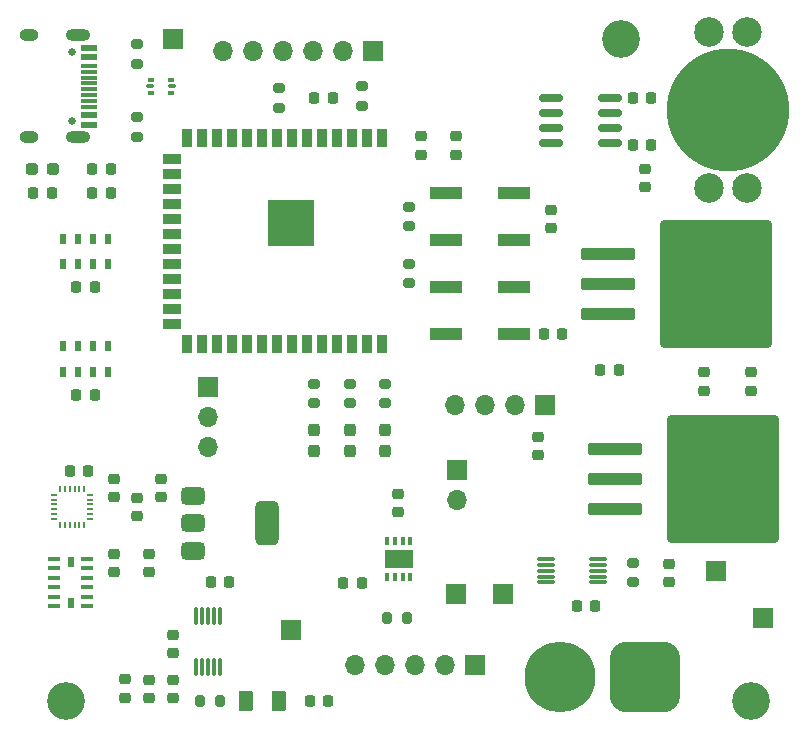
<source format=gbr>
%TF.GenerationSoftware,KiCad,Pcbnew,8.0.7*%
%TF.CreationDate,2025-01-05T22:37:43-08:00*%
%TF.ProjectId,Test Rocket Board,54657374-2052-46f6-936b-657420426f61,rev?*%
%TF.SameCoordinates,Original*%
%TF.FileFunction,Soldermask,Top*%
%TF.FilePolarity,Negative*%
%FSLAX46Y46*%
G04 Gerber Fmt 4.6, Leading zero omitted, Abs format (unit mm)*
G04 Created by KiCad (PCBNEW 8.0.7) date 2025-01-05 22:37:43*
%MOMM*%
%LPD*%
G01*
G04 APERTURE LIST*
G04 Aperture macros list*
%AMRoundRect*
0 Rectangle with rounded corners*
0 $1 Rounding radius*
0 $2 $3 $4 $5 $6 $7 $8 $9 X,Y pos of 4 corners*
0 Add a 4 corners polygon primitive as box body*
4,1,4,$2,$3,$4,$5,$6,$7,$8,$9,$2,$3,0*
0 Add four circle primitives for the rounded corners*
1,1,$1+$1,$2,$3*
1,1,$1+$1,$4,$5*
1,1,$1+$1,$6,$7*
1,1,$1+$1,$8,$9*
0 Add four rect primitives between the rounded corners*
20,1,$1+$1,$2,$3,$4,$5,0*
20,1,$1+$1,$4,$5,$6,$7,0*
20,1,$1+$1,$6,$7,$8,$9,0*
20,1,$1+$1,$8,$9,$2,$3,0*%
G04 Aperture macros list end*
%ADD10R,0.550000X0.950000*%
%ADD11RoundRect,0.200000X0.275000X-0.200000X0.275000X0.200000X-0.275000X0.200000X-0.275000X-0.200000X0*%
%ADD12RoundRect,0.237500X0.237500X-0.287500X0.237500X0.287500X-0.237500X0.287500X-0.237500X-0.287500X0*%
%ADD13RoundRect,0.225000X0.250000X-0.225000X0.250000X0.225000X-0.250000X0.225000X-0.250000X-0.225000X0*%
%ADD14RoundRect,0.200000X-0.275000X0.200000X-0.275000X-0.200000X0.275000X-0.200000X0.275000X0.200000X0*%
%ADD15RoundRect,0.075000X-0.650000X-0.075000X0.650000X-0.075000X0.650000X0.075000X-0.650000X0.075000X0*%
%ADD16RoundRect,0.218750X0.218750X0.256250X-0.218750X0.256250X-0.218750X-0.256250X0.218750X-0.256250X0*%
%ADD17RoundRect,0.050000X0.050000X-0.225000X0.050000X0.225000X-0.050000X0.225000X-0.050000X-0.225000X0*%
%ADD18RoundRect,0.050000X0.225000X0.050000X-0.225000X0.050000X-0.225000X-0.050000X0.225000X-0.050000X0*%
%ADD19C,3.200000*%
%ADD20R,1.700000X1.700000*%
%ADD21O,1.700000X1.700000*%
%ADD22RoundRect,0.200000X0.200000X0.275000X-0.200000X0.275000X-0.200000X-0.275000X0.200000X-0.275000X0*%
%ADD23RoundRect,0.250000X-2.050000X-0.300000X2.050000X-0.300000X2.050000X0.300000X-2.050000X0.300000X0*%
%ADD24RoundRect,0.250002X-4.449998X-5.149998X4.449998X-5.149998X4.449998X5.149998X-4.449998X5.149998X0*%
%ADD25RoundRect,0.225000X-0.225000X-0.250000X0.225000X-0.250000X0.225000X0.250000X-0.225000X0.250000X0*%
%ADD26RoundRect,0.218750X-0.256250X0.218750X-0.256250X-0.218750X0.256250X-0.218750X0.256250X0.218750X0*%
%ADD27RoundRect,0.225000X-0.250000X0.225000X-0.250000X-0.225000X0.250000X-0.225000X0.250000X0.225000X0*%
%ADD28RoundRect,0.218750X-0.218750X-0.256250X0.218750X-0.256250X0.218750X0.256250X-0.218750X0.256250X0*%
%ADD29RoundRect,0.250000X0.375000X0.625000X-0.375000X0.625000X-0.375000X-0.625000X0.375000X-0.625000X0*%
%ADD30R,0.350000X0.650000*%
%ADD31R,2.400000X1.550000*%
%ADD32RoundRect,0.150000X0.825000X0.150000X-0.825000X0.150000X-0.825000X-0.150000X0.825000X-0.150000X0*%
%ADD33RoundRect,0.225000X0.225000X0.250000X-0.225000X0.250000X-0.225000X-0.250000X0.225000X-0.250000X0*%
%ADD34C,10.404000*%
%ADD35C,2.504000*%
%ADD36RoundRect,0.375000X-0.625000X-0.375000X0.625000X-0.375000X0.625000X0.375000X-0.625000X0.375000X0*%
%ADD37RoundRect,0.500000X-0.500000X-1.400000X0.500000X-1.400000X0.500000X1.400000X-0.500000X1.400000X0*%
%ADD38RoundRect,0.075000X-0.075000X0.650000X-0.075000X-0.650000X0.075000X-0.650000X0.075000X0.650000X0*%
%ADD39RoundRect,1.500000X1.500000X1.500000X-1.500000X1.500000X-1.500000X-1.500000X1.500000X-1.500000X0*%
%ADD40C,6.000000*%
%ADD41RoundRect,0.237500X0.287500X0.237500X-0.287500X0.237500X-0.287500X-0.237500X0.287500X-0.237500X0*%
%ADD42RoundRect,0.093750X-0.156250X-0.093750X0.156250X-0.093750X0.156250X0.093750X-0.156250X0.093750X0*%
%ADD43RoundRect,0.075000X-0.250000X-0.075000X0.250000X-0.075000X0.250000X0.075000X-0.250000X0.075000X0*%
%ADD44R,2.750000X1.000000*%
%ADD45R,0.900000X1.500000*%
%ADD46R,1.500000X0.900000*%
%ADD47C,0.600000*%
%ADD48R,3.900000X3.900000*%
%ADD49C,0.650000*%
%ADD50R,1.450000X0.600000*%
%ADD51R,1.450000X0.300000*%
%ADD52O,2.100000X1.000000*%
%ADD53O,1.600000X1.000000*%
%ADD54R,1.117800X0.449200*%
%ADD55R,0.500000X0.813000*%
G04 APERTURE END LIST*
D10*
%TO.C,U3*%
X136750000Y-107150000D03*
X138000000Y-107150000D03*
X139250000Y-107150000D03*
X140500000Y-107150000D03*
X140500000Y-105000000D03*
X139250000Y-105000000D03*
X138000000Y-105000000D03*
X136750000Y-105000000D03*
%TD*%
D11*
%TO.C,R9*%
X185000000Y-125000000D03*
X185000000Y-123350000D03*
%TD*%
%TO.C,R3*%
X166000000Y-99650000D03*
X166000000Y-98000000D03*
%TD*%
D12*
%TO.C,D2*%
X158000000Y-113875000D03*
X158000000Y-112125000D03*
%TD*%
D13*
%TO.C,C4*%
X186000000Y-91550000D03*
X186000000Y-90000000D03*
%TD*%
D14*
%TO.C,R5*%
X142955000Y-85600000D03*
X142955000Y-87250000D03*
%TD*%
D12*
%TO.C,D4*%
X164000000Y-113875000D03*
X164000000Y-112125000D03*
%TD*%
D15*
%TO.C,U9*%
X177600000Y-123000000D03*
X177600000Y-123500000D03*
X177600000Y-124000000D03*
X177600000Y-124500000D03*
X177600000Y-125000000D03*
X182000000Y-125000000D03*
X182000000Y-124500000D03*
X182000000Y-124000000D03*
X182000000Y-123500000D03*
X182000000Y-123000000D03*
%TD*%
D16*
%TO.C,D7*%
X140787500Y-92000000D03*
X139212500Y-92000000D03*
%TD*%
D11*
%TO.C,R6*%
X158000000Y-109825000D03*
X158000000Y-108175000D03*
%TD*%
D16*
%TO.C,F1*%
X135787500Y-92000000D03*
X134212500Y-92000000D03*
%TD*%
D17*
%TO.C,U5*%
X136500000Y-120100000D03*
X136900000Y-120100000D03*
X137300000Y-120100000D03*
X137700000Y-120100000D03*
X138100000Y-120100000D03*
X138500000Y-120100000D03*
D18*
X139000000Y-119600000D03*
X139000000Y-119200000D03*
X139000000Y-118800000D03*
X139000000Y-118400000D03*
X139000000Y-118000000D03*
X139000000Y-117600000D03*
D17*
X138500000Y-117100000D03*
X138100000Y-117100000D03*
X137700000Y-117100000D03*
X137300000Y-117100000D03*
X136900000Y-117100000D03*
X136500000Y-117100000D03*
D18*
X136000000Y-117600000D03*
X136000000Y-118000000D03*
X136000000Y-118400000D03*
X136000000Y-118800000D03*
X136000000Y-119200000D03*
X136000000Y-119600000D03*
%TD*%
D19*
%TO.C,H2*%
X195000000Y-135000000D03*
%TD*%
D20*
%TO.C,J2*%
X177540000Y-110000000D03*
D21*
X175000000Y-110000000D03*
X172460000Y-110000000D03*
X169920000Y-110000000D03*
%TD*%
D20*
%TO.C,TP4*%
X156000000Y-129000000D03*
%TD*%
D22*
%TO.C,R10*%
X150000000Y-135000000D03*
X148350000Y-135000000D03*
%TD*%
D23*
%TO.C,U6*%
X182850000Y-97235000D03*
X182850000Y-99775000D03*
D24*
X192000000Y-99775000D03*
D23*
X182850000Y-102315000D03*
%TD*%
D25*
%TO.C,C10*%
X137850000Y-100000000D03*
X139400000Y-100000000D03*
%TD*%
D26*
%TO.C,D6*%
X142000000Y-133212500D03*
X142000000Y-134787500D03*
%TD*%
D27*
%TO.C,C3*%
X170000000Y-87225000D03*
X170000000Y-88775000D03*
%TD*%
D19*
%TO.C,H1*%
X137000000Y-135000000D03*
%TD*%
D26*
%TO.C,D5*%
X176968870Y-112653120D03*
X176968870Y-114228120D03*
%TD*%
D25*
%TO.C,C6*%
X185000000Y-84000000D03*
X186550000Y-84000000D03*
%TD*%
D13*
%TO.C,C22*%
X144000000Y-134775000D03*
X144000000Y-133225000D03*
%TD*%
D20*
%TO.C,J7*%
X171620000Y-132000000D03*
D21*
X169080000Y-132000000D03*
X166540000Y-132000000D03*
X164000000Y-132000000D03*
X161460000Y-132000000D03*
%TD*%
D10*
%TO.C,U4*%
X136750000Y-98075000D03*
X138000000Y-98075000D03*
X139250000Y-98075000D03*
X140500000Y-98075000D03*
X140500000Y-95925000D03*
X139250000Y-95925000D03*
X138000000Y-95925000D03*
X136750000Y-95925000D03*
%TD*%
D25*
%TO.C,C9*%
X137850000Y-109150000D03*
X139400000Y-109150000D03*
%TD*%
D28*
%TO.C,D1*%
X139212500Y-90000000D03*
X140787500Y-90000000D03*
%TD*%
D29*
%TO.C,F2*%
X155000000Y-135000000D03*
X152200000Y-135000000D03*
%TD*%
D30*
%TO.C,U11*%
X166125574Y-121476868D03*
X165475574Y-121476868D03*
X164825574Y-121476868D03*
X164175574Y-121476868D03*
X164175574Y-124576868D03*
X164825574Y-124576868D03*
X165475574Y-124576868D03*
X166125574Y-124576868D03*
D31*
X165150574Y-123026868D03*
%TD*%
D22*
%TO.C,R12*%
X165825000Y-128046430D03*
X164175000Y-128046430D03*
%TD*%
D27*
%TO.C,C18*%
X195000000Y-107225000D03*
X195000000Y-108775000D03*
%TD*%
D32*
%TO.C,U1*%
X183000000Y-87810000D03*
X183000000Y-86540000D03*
X183000000Y-85270000D03*
X183000000Y-84000000D03*
X178050000Y-84000000D03*
X178050000Y-85270000D03*
X178050000Y-86540000D03*
X178050000Y-87810000D03*
%TD*%
D33*
%TO.C,C20*%
X181775000Y-127000000D03*
X180225000Y-127000000D03*
%TD*%
D25*
%TO.C,C5*%
X185000000Y-88000000D03*
X186550000Y-88000000D03*
%TD*%
D27*
%TO.C,C7*%
X178000000Y-93450000D03*
X178000000Y-95000000D03*
%TD*%
D34*
%TO.C,BT1*%
X193000000Y-85000000D03*
D35*
X191400000Y-91600000D03*
X194600000Y-91600000D03*
X194600000Y-78400000D03*
X191400000Y-78400000D03*
%TD*%
D36*
%TO.C,U8*%
X147700000Y-117700000D03*
X147700000Y-120000000D03*
D37*
X154000000Y-120000000D03*
D36*
X147700000Y-122300000D03*
%TD*%
D38*
%TO.C,U10*%
X150000000Y-127800000D03*
X149500000Y-127800000D03*
X149000000Y-127800000D03*
X148500000Y-127800000D03*
X148000000Y-127800000D03*
X148000000Y-132200000D03*
X148500000Y-132200000D03*
X149000000Y-132200000D03*
X149500000Y-132200000D03*
X150000000Y-132200000D03*
%TD*%
D27*
%TO.C,C2*%
X167000000Y-87228652D03*
X167000000Y-88778652D03*
%TD*%
D20*
%TO.C,J1*%
X149000000Y-108475000D03*
D21*
X149000000Y-111015000D03*
X149000000Y-113555000D03*
%TD*%
D13*
%TO.C,C23*%
X146000000Y-131000000D03*
X146000000Y-129450000D03*
%TD*%
D27*
%TO.C,C11*%
X143000000Y-117825000D03*
X143000000Y-119375000D03*
%TD*%
D39*
%TO.C,J5*%
X186000000Y-133000000D03*
D40*
X178800000Y-133000000D03*
%TD*%
D27*
%TO.C,C27*%
X141000000Y-122600000D03*
X141000000Y-124150000D03*
%TD*%
D20*
%TO.C,J6*%
X170110000Y-115485000D03*
D21*
X170110000Y-118025000D03*
%TD*%
D20*
%TO.C,5V1*%
X192000000Y-124000000D03*
%TD*%
D11*
%TO.C,R7*%
X161000000Y-109825000D03*
X161000000Y-108175000D03*
%TD*%
D20*
%TO.C,TP5*%
X146000000Y-79000000D03*
%TD*%
D13*
%TO.C,C21*%
X146000000Y-134775000D03*
X146000000Y-133225000D03*
%TD*%
D41*
%TO.C,FB1*%
X135875000Y-90000000D03*
X134125000Y-90000000D03*
%TD*%
D42*
%TO.C,U2*%
X144151036Y-82445306D03*
D43*
X144076036Y-82982806D03*
D42*
X144151036Y-83520306D03*
X145851036Y-83520306D03*
D43*
X145926036Y-82982806D03*
D42*
X145851036Y-82445306D03*
%TD*%
D12*
%TO.C,D3*%
X161000000Y-113875000D03*
X161000000Y-112125000D03*
%TD*%
D13*
%TO.C,C25*%
X165110000Y-119025000D03*
X165110000Y-117475000D03*
%TD*%
D11*
%TO.C,R8*%
X164000000Y-109825000D03*
X164000000Y-108175000D03*
%TD*%
%TO.C,R4*%
X142955000Y-81075000D03*
X142955000Y-79425000D03*
%TD*%
%TO.C,R11*%
X155000000Y-84825000D03*
X155000000Y-83175000D03*
%TD*%
D13*
%TO.C,C15*%
X188000000Y-125000000D03*
X188000000Y-123450000D03*
%TD*%
D44*
%TO.C,SW2*%
X169120000Y-100000000D03*
X174880000Y-100000000D03*
X169120000Y-104000000D03*
X174880000Y-104000000D03*
%TD*%
D23*
%TO.C,U7*%
X183425000Y-113685000D03*
X183425000Y-116225000D03*
D24*
X192575000Y-116225000D03*
D23*
X183425000Y-118765000D03*
%TD*%
D13*
%TO.C,C13*%
X141000000Y-117775000D03*
X141000000Y-116225000D03*
%TD*%
D20*
%TO.C,TP1*%
X170000000Y-126000000D03*
%TD*%
D14*
%TO.C,R2*%
X166000000Y-93175000D03*
X166000000Y-94825000D03*
%TD*%
D44*
%TO.C,SW1*%
X169120000Y-92000000D03*
X174880000Y-92000000D03*
X169120000Y-96000000D03*
X174880000Y-96000000D03*
%TD*%
D20*
%TO.C,J4*%
X163000000Y-79975000D03*
D21*
X160460000Y-79975000D03*
X157920000Y-79975000D03*
X155380000Y-79975000D03*
X152840000Y-79975000D03*
X150300000Y-79975000D03*
%TD*%
D20*
%TO.C,TP2*%
X174000000Y-126000000D03*
%TD*%
D27*
%TO.C,C26*%
X144000000Y-122600000D03*
X144000000Y-124150000D03*
%TD*%
D25*
%TO.C,C16*%
X149225000Y-125000000D03*
X150775000Y-125000000D03*
%TD*%
D45*
%TO.C,IC1*%
X163720000Y-87350000D03*
X162450000Y-87350000D03*
X161180000Y-87350000D03*
X159910000Y-87350000D03*
X158640000Y-87350000D03*
X157370000Y-87350000D03*
X156100000Y-87350000D03*
X154830000Y-87350000D03*
X153560000Y-87350000D03*
X152290000Y-87350000D03*
X151020000Y-87350000D03*
X149750000Y-87350000D03*
X148480000Y-87350000D03*
X147210000Y-87350000D03*
D46*
X145960000Y-89115000D03*
X145960000Y-90385000D03*
X145960000Y-91655000D03*
X145960000Y-92925000D03*
X145960000Y-94195000D03*
X145960000Y-95465000D03*
X145960000Y-96735000D03*
X145960000Y-98005000D03*
X145960000Y-99275000D03*
X145960000Y-100545000D03*
X145960000Y-101815000D03*
X145960000Y-103085000D03*
D45*
X147210000Y-104850000D03*
X148480000Y-104850000D03*
X149750000Y-104850000D03*
X151020000Y-104850000D03*
X152290000Y-104850000D03*
X153560000Y-104850000D03*
X154830000Y-104850000D03*
X156100000Y-104850000D03*
X157370000Y-104850000D03*
X158640000Y-104850000D03*
X159910000Y-104850000D03*
X161180000Y-104850000D03*
X162450000Y-104850000D03*
X163720000Y-104850000D03*
D47*
X156700000Y-93200000D03*
X155300000Y-93200000D03*
X157400000Y-93900000D03*
X156000000Y-93900000D03*
X154600000Y-93900000D03*
X156700000Y-94600000D03*
D48*
X156000000Y-94600000D03*
D47*
X155300000Y-94600000D03*
X157400000Y-95300000D03*
X156000000Y-95300000D03*
X154600000Y-95300000D03*
X156700000Y-96000000D03*
X155300000Y-96000000D03*
%TD*%
D25*
%TO.C,C12*%
X137305000Y-115600000D03*
X138855000Y-115600000D03*
%TD*%
D28*
%TO.C,D8*%
X157625000Y-135000000D03*
X159200000Y-135000000D03*
%TD*%
D25*
%TO.C,C24*%
X160450000Y-125025000D03*
X162000000Y-125025000D03*
%TD*%
%TO.C,C1*%
X158000000Y-84000000D03*
X159550000Y-84000000D03*
%TD*%
D13*
%TO.C,C19*%
X145000000Y-117775000D03*
X145000000Y-116225000D03*
%TD*%
%TO.C,C17*%
X191000000Y-108775000D03*
X191000000Y-107225000D03*
%TD*%
D49*
%TO.C,J3*%
X137470000Y-80110000D03*
X137470000Y-85890000D03*
D50*
X138915000Y-79750000D03*
X138915000Y-80550000D03*
D51*
X138915000Y-81750000D03*
X138915000Y-82750000D03*
X138915000Y-83250000D03*
X138915000Y-84250000D03*
D50*
X138915000Y-85450000D03*
X138915000Y-86250000D03*
X138915000Y-86250000D03*
X138915000Y-85450000D03*
D51*
X138915000Y-84750000D03*
X138915000Y-83750000D03*
X138915000Y-82250000D03*
X138915000Y-81250000D03*
D50*
X138915000Y-80550000D03*
X138915000Y-79750000D03*
D52*
X138000000Y-78680000D03*
D53*
X133820000Y-78680000D03*
D52*
X138000000Y-87320000D03*
D53*
X133820000Y-87320000D03*
%TD*%
D20*
%TO.C,TP3*%
X196000000Y-128000000D03*
%TD*%
D33*
%TO.C,C8*%
X179000000Y-104000000D03*
X177450000Y-104000000D03*
%TD*%
%TO.C,C14*%
X183775000Y-107000000D03*
X182225000Y-107000000D03*
%TD*%
D19*
%TO.C,H3*%
X184000000Y-79000000D03*
%TD*%
D54*
%TO.C,U12*%
X138741802Y-127000000D03*
X138741802Y-126199999D03*
X138741802Y-125399998D03*
X138741802Y-124600000D03*
X138741802Y-123799999D03*
X138741802Y-123000000D03*
D55*
X137370901Y-123281501D03*
D54*
X136000000Y-122999998D03*
X136000000Y-123799999D03*
X136000000Y-124600000D03*
X136000000Y-125399998D03*
X136000000Y-126199999D03*
X136000000Y-126999998D03*
D55*
X137370901Y-126718497D03*
%TD*%
D14*
%TO.C,R1*%
X162000000Y-83000000D03*
X162000000Y-84650000D03*
%TD*%
M02*

</source>
